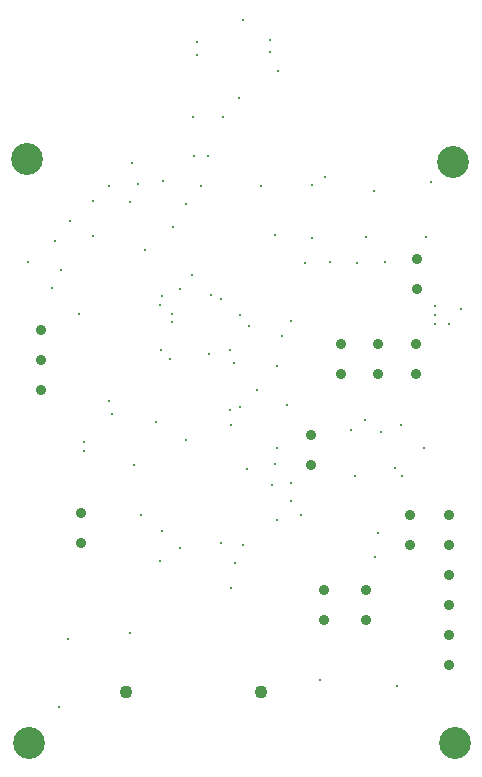
<source format=gbr>
%TF.GenerationSoftware,Altium Limited,Altium Designer,19.1.5 (86)*%
G04 Layer_Color=0*
%FSLAX26Y26*%
%MOIN*%
%TF.FileFunction,Plated,1,4,PTH,Drill*%
%TF.Part,Single*%
G01*
G75*
%TA.AperFunction,ComponentDrill*%
%ADD90C,0.035433*%
%ADD91C,0.043307*%
%TA.AperFunction,ViaDrill,NotFilled*%
%ADD92C,0.010000*%
%ADD93C,0.106299*%
D90*
X2739685Y1055000D02*
D03*
Y1155000D02*
D03*
X3070000Y790000D02*
D03*
Y890000D02*
D03*
X2925000Y540000D02*
D03*
Y640000D02*
D03*
X2785000Y540000D02*
D03*
Y640000D02*
D03*
X1840000Y1305000D02*
D03*
Y1405000D02*
D03*
Y1505000D02*
D03*
X1975000Y795000D02*
D03*
Y895000D02*
D03*
X3200000Y390000D02*
D03*
Y490000D02*
D03*
Y590000D02*
D03*
Y690000D02*
D03*
Y790000D02*
D03*
Y890000D02*
D03*
X3090000Y1460000D02*
D03*
Y1360000D02*
D03*
X2965000Y1460000D02*
D03*
Y1360000D02*
D03*
X2840000Y1460000D02*
D03*
Y1360000D02*
D03*
X3095000Y1643242D02*
D03*
Y1743242D02*
D03*
D91*
X2124213Y300000D02*
D03*
X2575000D02*
D03*
D92*
X2281849Y1847427D02*
D03*
X2244918Y1619493D02*
D03*
X2013397Y1817265D02*
D03*
X2342196Y1690000D02*
D03*
X2485000Y1395000D02*
D03*
X2399638Y1426024D02*
D03*
X2626575Y1385000D02*
D03*
X2469431Y1236917D02*
D03*
X2502042Y1249322D02*
D03*
X3020000Y1045709D02*
D03*
X1900000Y250000D02*
D03*
X3116505Y1110853D02*
D03*
X3043266Y1020000D02*
D03*
X2626575Y1113037D02*
D03*
X2886890Y1020000D02*
D03*
X2672474Y995000D02*
D03*
Y935000D02*
D03*
X2610000Y990000D02*
D03*
X2487109Y730000D02*
D03*
X2302509Y780000D02*
D03*
X2238058Y735281D02*
D03*
X2475000Y645000D02*
D03*
X2872582Y1172362D02*
D03*
X3240000Y1575000D02*
D03*
X3200000Y1525000D02*
D03*
X3155000D02*
D03*
Y1555000D02*
D03*
Y1585000D02*
D03*
X2672474Y1536446D02*
D03*
X2645000Y1485000D02*
D03*
X2558877Y1305000D02*
D03*
X3028445Y320000D02*
D03*
X2770000Y340000D02*
D03*
X2505000Y1555000D02*
D03*
X2276559Y1531886D02*
D03*
Y1559725D02*
D03*
X1982806Y1102649D02*
D03*
X1982339Y1131283D02*
D03*
X2325000Y1137424D02*
D03*
X2225006Y1196922D02*
D03*
X2527345Y1041890D02*
D03*
X2244918Y835000D02*
D03*
X2135476Y495000D02*
D03*
X1930000Y475000D02*
D03*
X2149396Y1055000D02*
D03*
X2628975Y2370000D02*
D03*
X2500000Y2280000D02*
D03*
X2360000Y2422196D02*
D03*
Y2463474D02*
D03*
X2375000Y1983899D02*
D03*
X2572417D02*
D03*
X2786099Y2015000D02*
D03*
X2469431Y1437234D02*
D03*
X3039406Y1187678D02*
D03*
X2975000Y1165000D02*
D03*
X2920000Y1204173D02*
D03*
X3125000Y1815827D02*
D03*
X2924472D02*
D03*
X2745000Y1813205D02*
D03*
X3140000Y2000000D02*
D03*
X2240000Y1440000D02*
D03*
X2448228Y2214188D02*
D03*
X2347196Y2215000D02*
D03*
X2396872Y2085362D02*
D03*
X2350000D02*
D03*
X2474537Y1189182D02*
D03*
X2620000Y1059331D02*
D03*
X2078425Y1225000D02*
D03*
X2066868Y1268425D02*
D03*
X2660635Y1255586D02*
D03*
X2603974Y2431358D02*
D03*
X2605000Y2472780D02*
D03*
X2515000Y2540000D02*
D03*
X2950000Y1970000D02*
D03*
X2238058Y1587564D02*
D03*
X2302509Y1642729D02*
D03*
X2408408Y1622028D02*
D03*
X2533425Y1517467D02*
D03*
X2438920Y1609146D02*
D03*
X2271874Y1409395D02*
D03*
X2172836Y890000D02*
D03*
X2964646Y829876D02*
D03*
X2955000Y750000D02*
D03*
X2707244Y890000D02*
D03*
X2626575Y873307D02*
D03*
X2515000Y789488D02*
D03*
X2438920Y795000D02*
D03*
X1906905Y1704864D02*
D03*
X2745000Y1990000D02*
D03*
X2188120Y1770556D02*
D03*
X2986486Y1731036D02*
D03*
X2893347Y1729359D02*
D03*
X2805000Y1730540D02*
D03*
X2720000Y1728441D02*
D03*
X2620000Y1820987D02*
D03*
X2135256Y1931441D02*
D03*
X2012908Y1936441D02*
D03*
X1876941Y1646441D02*
D03*
X2248499Y2001441D02*
D03*
X2163094Y1991441D02*
D03*
X1967190Y1558327D02*
D03*
X2321941Y1925454D02*
D03*
X2143900Y2061441D02*
D03*
X2068349Y1986441D02*
D03*
X1936941Y1868842D02*
D03*
X1886941Y1801441D02*
D03*
X1796941Y1731441D02*
D03*
D93*
X1795000Y2075000D02*
D03*
X3220000Y130000D02*
D03*
X1800000D02*
D03*
X3215000Y2065000D02*
D03*
%TF.MD5,304ca9053c6d3f8a82ea2fdc1af74d6d*%
M02*

</source>
